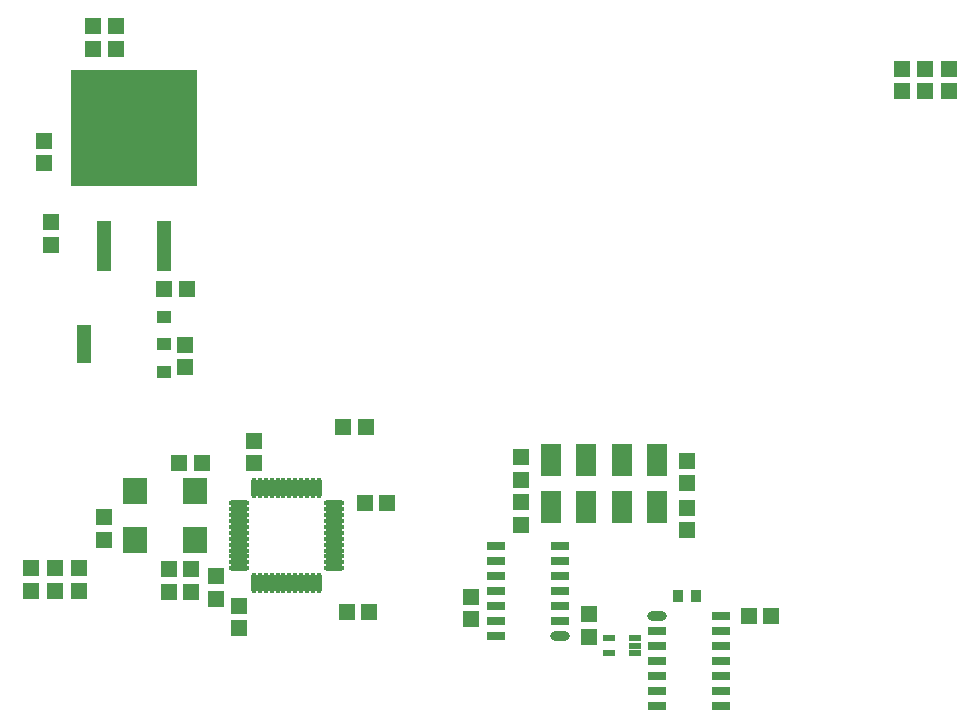
<source format=gtp>
G04 Layer_Color=8421504*
%FSLAX44Y44*%
%MOMM*%
G71*
G01*
G75*
%ADD40R,0.9000X1.1000*%
%ADD41R,1.3400X1.4000*%
%ADD42R,1.7000X2.8000*%
%ADD43R,1.4000X1.3400*%
%ADD44R,1.0500X0.6000*%
%ADD45O,1.6500X0.8000*%
%ADD46R,1.6500X0.8000*%
%ADD47O,1.7500X0.4500*%
%ADD48O,0.4500X1.7500*%
%ADD49R,2.0000X2.2000*%
%ADD50R,1.2500X1.1000*%
%ADD51R,1.2500X3.3000*%
%ADD52R,10.6500X9.8000*%
%ADD53R,1.2500X4.3000*%
D40*
X650500Y113000D02*
D03*
X665500D02*
D03*
D41*
X880000Y559500D02*
D03*
Y540500D02*
D03*
X860000Y559500D02*
D03*
Y540500D02*
D03*
X840000Y559500D02*
D03*
Y540500D02*
D03*
X143000Y117500D02*
D03*
Y136500D02*
D03*
X123000Y117500D02*
D03*
Y136500D02*
D03*
X103000Y117500D02*
D03*
Y136500D02*
D03*
X114000Y498500D02*
D03*
Y479500D02*
D03*
X658000Y168500D02*
D03*
Y187500D02*
D03*
Y208500D02*
D03*
Y227500D02*
D03*
X518000Y173500D02*
D03*
Y192500D02*
D03*
Y211500D02*
D03*
Y230500D02*
D03*
X165000Y160500D02*
D03*
Y179500D02*
D03*
X259000Y110500D02*
D03*
Y129500D02*
D03*
X291500Y244500D02*
D03*
Y225500D02*
D03*
X575000Y97500D02*
D03*
Y78500D02*
D03*
X279000Y104500D02*
D03*
Y85500D02*
D03*
X475000Y93500D02*
D03*
Y112500D02*
D03*
X233000Y306500D02*
D03*
Y325500D02*
D03*
X120000Y410500D02*
D03*
Y429500D02*
D03*
D42*
X603000Y188000D02*
D03*
X633000D02*
D03*
X603000Y228000D02*
D03*
X633000D02*
D03*
X573000Y188000D02*
D03*
X543000D02*
D03*
X573000Y228000D02*
D03*
X543000D02*
D03*
D43*
X219500Y116000D02*
D03*
X238500D02*
D03*
X228500Y226000D02*
D03*
X247500D02*
D03*
X404500Y192000D02*
D03*
X385500D02*
D03*
X389250Y99500D02*
D03*
X370250D02*
D03*
X386250Y255750D02*
D03*
X367250D02*
D03*
X710500Y96000D02*
D03*
X729500D02*
D03*
X219500Y136000D02*
D03*
X238500D02*
D03*
X234500Y373000D02*
D03*
X215500D02*
D03*
X155500Y576000D02*
D03*
X174500D02*
D03*
X155500Y596000D02*
D03*
X174500D02*
D03*
D44*
X614000Y64500D02*
D03*
Y71000D02*
D03*
Y77500D02*
D03*
X592000D02*
D03*
Y64500D02*
D03*
D45*
X632500Y96100D02*
D03*
X551000Y78800D02*
D03*
D46*
X632500Y83400D02*
D03*
Y70700D02*
D03*
Y58000D02*
D03*
Y45300D02*
D03*
Y32600D02*
D03*
Y19900D02*
D03*
X687000Y96100D02*
D03*
Y83400D02*
D03*
Y45300D02*
D03*
Y32600D02*
D03*
Y19900D02*
D03*
Y70700D02*
D03*
Y58000D02*
D03*
X551000Y91500D02*
D03*
Y104200D02*
D03*
Y116900D02*
D03*
Y129600D02*
D03*
Y142300D02*
D03*
Y155000D02*
D03*
X496500Y78800D02*
D03*
Y91500D02*
D03*
Y104200D02*
D03*
Y116900D02*
D03*
Y129600D02*
D03*
Y142300D02*
D03*
Y155000D02*
D03*
D47*
X278750Y191500D02*
D03*
Y186500D02*
D03*
Y181500D02*
D03*
Y176500D02*
D03*
Y171500D02*
D03*
Y166500D02*
D03*
Y161500D02*
D03*
Y156500D02*
D03*
Y151500D02*
D03*
Y146500D02*
D03*
Y141500D02*
D03*
Y136500D02*
D03*
X359250D02*
D03*
Y141500D02*
D03*
Y146500D02*
D03*
Y151500D02*
D03*
Y156500D02*
D03*
Y161500D02*
D03*
Y166500D02*
D03*
Y171500D02*
D03*
Y176500D02*
D03*
Y181500D02*
D03*
Y186500D02*
D03*
Y191500D02*
D03*
D48*
X291500Y123750D02*
D03*
X296500D02*
D03*
X301500D02*
D03*
X306500D02*
D03*
X311500D02*
D03*
X316500D02*
D03*
X321500D02*
D03*
X326500D02*
D03*
X331500D02*
D03*
X336500D02*
D03*
X341500D02*
D03*
X346500D02*
D03*
Y204250D02*
D03*
X341500D02*
D03*
X336500D02*
D03*
X331500D02*
D03*
X326500D02*
D03*
X321500D02*
D03*
X316500D02*
D03*
X311500D02*
D03*
X306500D02*
D03*
X301500D02*
D03*
X296500D02*
D03*
X291500D02*
D03*
D49*
X191200Y202000D02*
D03*
Y160000D02*
D03*
X242000Y202000D02*
D03*
Y160000D02*
D03*
D50*
X215000Y303000D02*
D03*
Y326000D02*
D03*
Y349000D02*
D03*
D51*
X147500Y326000D02*
D03*
D52*
X190000Y509000D02*
D03*
D53*
X215400Y409500D02*
D03*
X164600D02*
D03*
M02*

</source>
